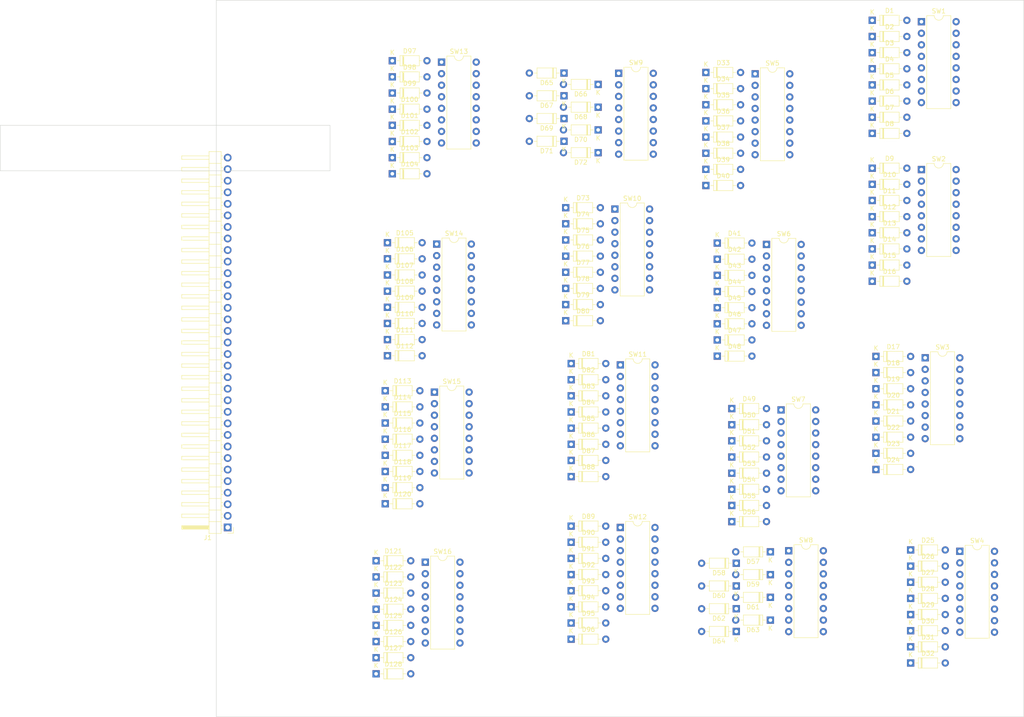
<source format=kicad_pcb>
(kicad_pcb (version 20221018) (generator pcbnew)
  (layers (0 "F.Cu" signal) (31 "B.Cu" signal) (34 "B.Paste" user) (35 "F.Paste" user) (36 "B.SilkS" user "B.Silkscreen") (37 "F.SilkS" user "F.Silkscreen") (38 "B.Mask" user) (39 "F.Mask" user) (44 "Edge.Cuts" user))
  (net 0 "")
  (net 1 "Net-(D1-K)")
  (net 2 "/Data0")
  (net 3 "Net-(D2-K)")
  (net 4 "/Data1")
  (net 5 "Net-(D3-K)")
  (net 6 "/Data2")
  (net 7 "Net-(D4-K)")
  (net 8 "/Data3")
  (net 9 "Net-(D5-K)")
  (net 10 "/Data4")
  (net 11 "Net-(D6-K)")
  (net 12 "/Data5")
  (net 13 "Net-(D7-K)")
  (net 14 "/Data6")
  (net 15 "Net-(D8-K)")
  (net 16 "/Data7")
  (net 17 "Net-(D9-K)")
  (net 18 "Net-(D10-K)")
  (net 19 "Net-(D11-K)")
  (net 20 "Net-(D12-K)")
  (net 21 "Net-(D13-K)")
  (net 22 "Net-(D14-K)")
  (net 23 "Net-(D15-K)")
  (net 24 "Net-(D16-K)")
  (net 25 "Net-(D17-K)")
  (net 26 "Net-(D18-K)")
  (net 27 "Net-(D19-K)")
  (net 28 "Net-(D20-K)")
  (net 29 "Net-(D21-K)")
  (net 30 "Net-(D22-K)")
  (net 31 "Net-(D23-K)")
  (net 32 "Net-(D24-K)")
  (net 33 "Net-(D25-K)")
  (net 34 "Net-(D26-K)")
  (net 35 "Net-(D27-K)")
  (net 36 "Net-(D28-K)")
  (net 37 "Net-(D29-K)")
  (net 38 "Net-(D30-K)")
  (net 39 "Net-(D31-K)")
  (net 40 "Net-(D32-K)")
  (net 41 "Net-(D33-K)")
  (net 42 "Net-(D34-K)")
  (net 43 "Net-(D35-K)")
  (net 44 "Net-(D36-K)")
  (net 45 "Net-(D37-K)")
  (net 46 "Net-(D38-K)")
  (net 47 "Net-(D39-K)")
  (net 48 "Net-(D40-K)")
  (net 49 "Net-(D41-K)")
  (net 50 "Net-(D42-K)")
  (net 51 "Net-(D43-K)")
  (net 52 "Net-(D44-K)")
  (net 53 "Net-(D45-K)")
  (net 54 "Net-(D46-K)")
  (net 55 "Net-(D47-K)")
  (net 56 "Net-(D48-K)")
  (net 57 "Net-(D49-K)")
  (net 58 "Net-(D50-K)")
  (net 59 "Net-(D51-K)")
  (net 60 "Net-(D52-K)")
  (net 61 "Net-(D53-K)")
  (net 62 "Net-(D54-K)")
  (net 63 "Net-(D55-K)")
  (net 64 "Net-(D56-K)")
  (net 65 "Net-(D57-K)")
  (net 66 "Net-(D58-K)")
  (net 67 "Net-(D59-K)")
  (net 68 "Net-(D60-K)")
  (net 69 "Net-(D61-K)")
  (net 70 "Net-(D62-K)")
  (net 71 "Net-(D63-K)")
  (net 72 "Net-(D64-K)")
  (net 73 "Net-(D65-K)")
  (net 74 "Net-(D66-K)")
  (net 75 "Net-(D67-K)")
  (net 76 "Net-(D68-K)")
  (net 77 "Net-(D69-K)")
  (net 78 "Net-(D70-K)")
  (net 79 "Net-(D71-K)")
  (net 80 "Net-(D72-K)")
  (net 81 "Net-(D73-K)")
  (net 82 "Net-(D74-K)")
  (net 83 "Net-(D75-K)")
  (net 84 "Net-(D76-K)")
  (net 85 "Net-(D77-K)")
  (net 86 "Net-(D78-K)")
  (net 87 "Net-(D79-K)")
  (net 88 "Net-(D80-K)")
  (net 89 "Net-(D81-K)")
  (net 90 "Net-(D82-K)")
  (net 91 "Net-(D83-K)")
  (net 92 "Net-(D84-K)")
  (net 93 "Net-(D85-K)")
  (net 94 "Net-(D86-K)")
  (net 95 "Net-(D87-K)")
  (net 96 "Net-(D88-K)")
  (net 97 "Net-(D89-K)")
  (net 98 "Net-(D90-K)")
  (net 99 "Net-(D91-K)")
  (net 100 "Net-(D92-K)")
  (net 101 "Net-(D93-K)")
  (net 102 "Net-(D94-K)")
  (net 103 "Net-(D95-K)")
  (net 104 "Net-(D96-K)")
  (net 105 "Net-(D97-K)")
  (net 106 "Net-(D98-K)")
  (net 107 "Net-(D99-K)")
  (net 108 "Net-(D100-K)")
  (net 109 "Net-(D101-K)")
  (net 110 "Net-(D102-K)")
  (net 111 "Net-(D103-K)")
  (net 112 "Net-(D104-K)")
  (net 113 "Net-(D105-K)")
  (net 114 "Net-(D106-K)")
  (net 115 "Net-(D107-K)")
  (net 116 "Net-(D108-K)")
  (net 117 "Net-(D109-K)")
  (net 118 "Net-(D110-K)")
  (net 119 "Net-(D111-K)")
  (net 120 "Net-(D112-K)")
  (net 121 "Net-(D113-K)")
  (net 122 "Net-(D114-K)")
  (net 123 "Net-(D115-K)")
  (net 124 "Net-(D116-K)")
  (net 125 "Net-(D117-K)")
  (net 126 "Net-(D118-K)")
  (net 127 "Net-(D119-K)")
  (net 128 "Net-(D120-K)")
  (net 129 "Net-(D121-K)")
  (net 130 "Net-(D122-K)")
  (net 131 "Net-(D123-K)")
  (net 132 "Net-(D124-K)")
  (net 133 "Net-(D125-K)")
  (net 134 "Net-(D126-K)")
  (net 135 "Net-(D127-K)")
  (net 136 "Net-(D128-K)")
  (net 137 "/Byte 0")
  (net 138 "/Byte 1")
  (net 139 "/Byte 2")
  (net 140 "/Byte 3")
  (net 141 "/Byte 4")
  (net 142 "/Byte 5")
  (net 143 "/Byte 6")
  (net 144 "/Byte 7")
  (net 145 "/Byte 8")
  (net 146 "/Byte 9")
  (net 147 "/Byte A")
  (net 148 "/Byte B")
  (net 149 "/Byte C")
  (net 150 "/Byte D")
  (net 151 "/Byte E")
  (net 152 "/Byte F")
  (net 155 "/Data 0")
  (net 156 "/Data 1")
  (net 157 "/Data 2")
  (net 158 "/Data 3")
  (net 159 "/Data 4")
  (net 160 "/Data 5")
  (net 161 "/Data 6")
  (net 162 "/Data 7")
  (footprint "Diode_THT:D_DO-35_SOD27_P7.62mm_Horizontal" (layer "F.Cu") (at 129.3 99.8)
    (fp_text reference "D77")
    (fp_text value "1N4148")
  )
  (footprint "Package_DIP:DIP-16_W7.62mm" (layer "F.Cu") (at 207.5 77.22)
    (fp_text reference "SW2")
    (fp_text value "SW_DIP_x08")
  )
  (footprint "Diode_THT:D_DO-35_SOD27_P7.62mm_Horizontal" (layer "F.Cu") (at 196.68 44.42)
    (fp_text reference "D1")
    (fp_text value "1N4148")
  )
  (footprint "Diode_THT:D_DO-35_SOD27_P7.62mm_Horizontal" (layer "F.Cu") (at 165.82 143.96)
    (fp_text reference "D53")
    (fp_text value "1N4148")
  )
  (footprint "Diode_THT:D_DO-35_SOD27_P7.62mm_Horizontal" (layer "F.Cu") (at 128.93 66.01 180)
    (fp_text reference "D69")
    (fp_text value "1N4148")
  )
  (footprint "Diode_THT:D_DO-35_SOD27_P7.62mm_Horizontal" (layer "F.Cu") (at 165.82 154.61)
    (fp_text reference "D56")
    (fp_text value "1N4148")
  )
  (footprint "Package_DIP:DIP-16_W7.62mm" (layer "F.Cu") (at 141.32 120.165)
    (fp_text reference "SW11")
    (fp_text value "SW_DIP_x08")
  )
  (footprint "Diode_THT:D_DO-35_SOD27_P7.62mm_Horizontal" (layer "F.Cu") (at 128.93 56.01 180)
    (fp_text reference "D65")
    (fp_text value "1N4148")
  )
  (footprint "Diode_THT:D_DO-35_SOD27_P7.62mm_Horizontal" (layer "F.Cu") (at 130.5 141.165)
    (fp_text reference "D87")
    (fp_text value "1N4148")
  )
  (footprint "Diode_THT:D_DO-35_SOD27_P7.62mm_Horizontal" (layer "F.Cu") (at 87.62 170.32)
    (fp_text reference "D123")
    (fp_text value "1N4148")
  )
  (footprint "Diode_THT:D_DO-35_SOD27_P7.62mm_Horizontal" (layer "F.Cu") (at 136.43 58.51 180)
    (fp_text reference "D66")
    (fp_text value "1N4148")
  )
  (footprint "Package_DIP:DIP-16_W7.62mm" (layer "F.Cu") (at 140.12 85.9)
    (fp_text reference "SW10")
    (fp_text value "SW_DIP_x08")
  )
  (footprint "Diode_THT:D_DO-35_SOD27_P7.62mm_Horizontal" (layer "F.Cu") (at 91.19 56.85)
    (fp_text reference "D98")
    (fp_text value "1N4148")
  )
  (footprint "Diode_THT:D_DO-35_SOD27_P7.62mm_Horizontal" (layer "F.Cu") (at 91.19 74.6)
    (fp_text reference "D103")
    (fp_text value "1N4148")
  )
  (footprint "Diode_THT:D_DO-35_SOD27_P7.62mm_Horizontal" (layer "F.Cu") (at 165.82 151.06)
    (fp_text reference "D55")
    (fp_text value "1N4148")
  )
  (footprint "Diode_THT:D_DO-35_SOD27_P7.62mm_Horizontal" (layer "F.Cu") (at 87.62 184.52)
    (fp_text reference "D127")
    (fp_text value "1N4148")
  )
  (footprint "Diode_THT:D_DO-35_SOD27_P7.62mm_Horizontal" (layer "F.Cu") (at 166.8 163.76 180)
    (fp_text reference "D58")
    (fp_text value "1N4148")
  )
  (footprint "Diode_THT:D_DO-35_SOD27_P7.62mm_Horizontal" (layer "F.Cu") (at 90.12 96.85)
    (fp_text reference "D106")
    (fp_text value "1N4148")
  )
  (footprint "Diode_THT:D_DO-35_SOD27_P7.62mm_Horizontal" (layer "F.Cu") (at 196.68 65.72)
    (fp_text reference "D7")
    (fp_text value "1N4148")
  )
  (footprint "Diode_THT:D_DO-35_SOD27_P7.62mm_Horizontal" (layer "F.Cu") (at 174.3 161.26 180)
    (fp_text reference "D57")
    (fp_text value "1N4148")
  )
  (footprint "Diode_THT:D_DO-35_SOD27_P7.62mm_Horizontal" (layer "F.Cu") (at 129.3 110.45)
    (fp_text reference "D80")
    (fp_text value "1N4148")
  )
  (footprint "Diode_THT:D_DO-35_SOD27_P7.62mm_Horizontal" (layer "F.Cu") (at 160.12 66.53)
    (fp_text reference "D36")
    (fp_text value "1N4148")
  )
  (footprint "Diode_THT:D_DO-35_SOD27_P7.62mm_Horizontal" (layer "F.Cu") (at 87.62 173.87)
    (fp_text reference "D124")
    (fp_text value "1N4148")
  )
  (footprint "Diode_THT:D_DO-35_SOD27_P7.62mm_Horizontal" (layer "F.Cu") (at 89.63 140.04)
    (fp_text reference "D117")
    (fp_text value "1N4148")
  )
  (footprint "Package_DIP:DIP-16_W7.62mm" (layer "F.Cu") (at 170.94 56.18)
    (fp_text reference "SW5")
    (fp_text value "SW_DIP_x08")
  )
  (footprint "Diode_THT:D_DO-35_SOD27_P7.62mm_Horizontal" (layer "F.Cu") (at 90.12 107.5)
    (fp_text reference "D109")
    (fp_text value "1N4148")
  )
  (footprint "Diode_THT:D_DO-35_SOD27_P7.62mm_Horizontal" (layer "F.Cu") (at 130.49 169.8)
    (fp_text reference "D93")
    (fp_text value "1N4148")
  )
  (footprint "Diode_THT:D_DO-35_SOD27_P7.62mm_Horizontal" (layer "F.Cu") (at 130.49 159.15)
    (fp_text reference "D90")
    (fp_text value "1N4148")
  )
  (footprint "Diode_THT:D_DO-35_SOD27_P7.62mm_Horizontal" (layer "F.Cu") (at 197.5 121.85)
    (fp_text reference "D18")
    (fp_text value "1N4148")
  )
  (footprint "Diode_THT:D_DO-35_SOD27_P7.62mm_Horizontal" (layer "F.Cu") (at 129.3 103.35)
    (fp_text reference "D78")
    (fp_text value "1N4148")
  )
  (footprint "Diode_THT:D_DO-35_SOD27_P7.62mm_Horizontal" (layer "F.Cu") (at 160.12 62.98)
    (fp_text reference "D35")
    (fp_text value "1N4148")
  )
  (footprint "Diode_THT:D_DO-35_SOD27_P7.62mm_Horizontal" (layer "F.Cu") (at 162.62 93.38)
    (fp_text reference "D41")
    (fp_text value "1N4148")
  )
  (footprint "Diode_THT:D_DO-35_SOD27_P7.62mm_Horizontal" (layer "F.Cu") (at 160.12 55.88)
    (fp_text reference "D33")
    (fp_text value "1N4148")
  )
  (footprint "Package_DIP:DIP-16_W7.62mm" (layer "F.Cu") (at 173.44 93.68)
    (fp_text reference "SW6")
    (fp_text value "SW_DIP_x08")
  )
  (footprint "Diode_THT:D_DO-35_SOD27_P7.62mm_Horizontal" (layer "F.Cu") (at 196.68 51.52)
    (fp_text reference "D3")
    (fp_text value "1N4148")
  )
  (footprint "Diode_THT:D_DO-35_SOD27_P7.62mm_Horizontal" (layer "F.Cu") (at 129.3 92.7)
    (fp_text reference "D75")
    (fp_text value "1N4148")
  )
  (footprint "Diode_THT:D_DO-35_SOD27_P7.62mm_Horizontal" (layer "F.Cu") (at 128.93 61.01 180)
    (fp_text reference "D67")
    (fp_text value "1N4148")
  )
  (footprint "Diode_THT:D_DO-35_SOD27_P7.62mm_Horizontal" (layer "F.Cu") (at 130.49 173.35)
    (fp_text reference "D94")
    (fp_text value "1N4148")
  )
  (footprint "Diode_THT:D_DO-35_SOD27_P7.62mm_Horizontal" (layer "F.Cu") (at 89.63 132.94)
    (fp_text reference "D115")
    (fp_text value "1N4148")
  )
  (footprint "Diode_THT:D_DO-35_SOD27_P7.62mm_Horizontal" (layer "F.Cu") (at 87.62 188.07)
    (fp_text reference "D128")
    (fp_text value "1N4148")
  )
  (footprint "Diode_THT:D_DO-35_SOD27_P7.62mm_Horizontal" (layer "F.Cu") (at 162.62 104.03)
    (fp_text reference "D44")
    (fp_text value "1N4148")
  )
  (footprint "Diode_THT:D_DO-35_SOD27_P7.62mm_Horizontal" (layer "F.Cu") (at 89.63 125.84)
    (fp_text reference "D113")
    (fp_text value "1N4148")
  )
  (footprint "Diode_THT:D_DO-35_SOD27_P7.62mm_Horizontal" (layer "F.Cu") (at 162.62 100.48)
    (fp_text reference "D43")
    (fp_text value "1N4148")
  )
  (footprint "Diode_THT:D_DO-35_SOD27_P7.62mm_Horizontal" (layer "F.Cu") (at 166.8 178.76 180)
    (fp_text reference "D64")
    (fp_text value "1N4148")
  )
  (footprint "Diode_THT:D_DO-35_SOD27_P7.62mm_Horizontal" (layer "F.Cu") (at 160.12 77.18)
    (fp_text reference "D39")
    (fp_text value "1N4148")
  )
  (footprint "Diode_THT:D_DO-35_SOD27_P7.62mm_Horizontal" (layer "F.Cu") (at 196.68 80.47)
    (fp_text reference "D10")
    (fp_text value "1N4148")
  )
  (footprint "Diode_THT:D_DO-35_SOD27_P7.62mm_Horizontal" (layer "F.Cu") (at 91.19 67.5)
    (fp_text reference "D101")
    (fp_text value "1N4148")
  )
  (footprint "Diode_THT:D_DO-35_SOD27_P7.62mm_Horizontal" (layer "F.Cu") (at 129.3 96.25)
    (fp_text reference "D76")
    (fp_text value "1N4148")
  )
  (footprint "Diode_THT:D_DO-35_SOD27_P7.62mm_Horizontal" (layer "F.Cu") (at 130.5 130.515)
    (fp_text reference "D84")
    (fp_text value "1N4148")
  )
  (footprint "Package_DIP:DIP-16_W7.62mm" (layer "F.Cu") (at 100.94 93.6)
    (fp_text reference "SW14")
    (fp_text value "SW_DIP_x08")
  )
  (footprint "Diode_THT:D_DO-35_SOD27_P7.62mm_Horizontal" (layer "F.Cu") (at 197.5 143.15)
    (fp_text reference "D24")
    (fp_text value "1N4148")
  )
  (footprint "Diode_THT:D_DO-35_SOD27_P7.62mm_Horizontal" (layer "F.Cu") (at 130.5 123.415)
    (fp_text reference "D82")
    (fp_text value "1N4148")
  )
  (footprint "Connector_PinHeader_2.54mm:PinHeader_1x33_P2.54mm_Horizontal" (layer "F.Cu") (at 55 155.88 180)
    (fp_text reference "J1")
    (fp_text value "Conn_01x33_Pin")
  )
  (footprint "Diode_THT:D_DO-35_SOD27_P7.62mm_Horizontal" (layer "F.Cu") (at 162.62 114.68)
    (fp_text reference "D47")
    (fp_text value "1N4148")
  )
  (footprint "Diode_THT:D_DO-35_SOD27_P7.62mm_Horizontal" (layer "F.Cu") (at 91.19 53.3)
    (fp_text reference "D97")
    (fp_text value "1N4148")
  )
  (footprint "Diode_THT:D_DO-35_SOD27_P7.62mm_Horizontal" (layer "F.Cu") (at 196.68 84.02)
    (fp_text reference "D11")
    (fp_text value "1N4148")
  )
  (footprint "Diode_THT:D_DO-35_SOD27_P7.62mm_Horizontal" (layer "F.Cu") (at 205.12 175.04)
    (fp_text reference "D29")
    (fp_text value "1N4148")
  )
  (footprint "Diode_THT:D_DO-35_SOD27_P7.62mm_Horizontal" (layer "F.Cu") (at 160.12 73.63)
    (fp_text reference "D38")
    (fp_text value "1N4148")
  )
  (footprint "Diode_THT:D_DO-35_SOD27_P7.62mm_Horizontal" (layer "F.Cu") (at 130.49 176.9)
    (fp_text reference "D95")
    (fp_text value "1N4148")
  )
  (footprint "Diode_THT:D_DO-35_SOD27_P7.62mm_Horizontal" (layer "F.Cu") (at 165.82 136.86)
    (fp_text reference "D51")
    (fp_text value "1N4148")
  )
  (footprint "Diode_THT:D_DO-35_SOD27_P7.62mm_Horizontal" (layer "F.Cu") (at 90.12 114.6)
    (fp_text reference "D111")
    (fp_text value "1N4148")
  )
  (footprint "Diode_THT:D_DO-35_SOD27_P7.62mm_Horizontal" (layer "F.Cu") (at 89.63 150.69)
    (fp_text reference "D120")
    (fp_text value "1N4148")
  )
  (footprint "Diode_THT:D_DO-35_SOD27_P7.62mm_Horizontal" (layer "F.Cu") (at 205.12 171.49)
    (fp_text reference "D28")
    (fp_text value "1N4148")
  )
  (footprint "Diode_THT:D_DO-35_SOD27_P7.62mm_Horizontal" (layer "F.Cu") (at 130.49 166.25)
    (fp_text reference "D92")
    (fp_text value "1N4148")
  )
  (footprint "Diode_THT:D_DO-35_SOD27_P7.62mm_Horizontal" (layer "F.Cu") (at 197.5 118.3)
    (fp_text reference "D17")
    (fp_text value "1N4148")
  )
  (footprint "Diode_THT:D_DO-35_SOD27_P7.62mm_Horizontal" (layer "F.Cu") (at 165.82 147.51)
    (fp_text reference "D54")
    (fp_text value "1N4148")
  )
  (footprint "Diode_THT:D_DO-35_SOD27_P7.62mm_Horizontal" (layer "F.Cu") (at 87.62 163.22)
    (fp_text reference "D121")
    (fp_text value "1N4148")
  )
  (footprint "Diode_THT:D_DO-35_SOD27_P7.62mm_Horizontal" (layer "F.Cu") (at 90.12 93.3)
    (fp_text reference "D105")
    (fp_text value "1N4148")
  )
  (footprint "Diode_THT:D_DO-35_SOD27_P7.62mm_Horizontal" (layer "F.Cu") (at 162.62 118.23)
    (fp_text reference "D48")
    (fp_text value "1N4148")
  )
  (footprint "Package_DIP:DIP-16_W7.62mm" (layer "F.Cu") (at 176.64 130.06)
    (fp_text reference "SW7")
    (fp_text value "SW_DIP_x08")
  )
  (footprint "Diode_THT:D_DO-35_SOD27_P7.62mm_Horizontal" (layer "F.Cu") (at 90.12 118.15)
    (fp_text reference "D112")
    (fp_text value "1N4148")
  )
  (footprint "Diode_THT:D_DO-35_SOD27_P7.62mm_Horizontal" (layer "F.Cu") (at 129.3 89.15)
    (fp_text reference "D74")
    (fp_text value "1N4148")
  )
  (footprint "Diode_THT:D_DO-35_SOD27_P7.62mm_Horizontal" (layer "F.Cu") (at 136.43 63.51 180)
    (fp_text reference "D68")
    (fp_text value "1N4148")
  )
  (footprint "Package_DIP:DIP-16_W7.62mm" (layer "F.Cu") (at 208.32 118.6)
    (fp_text reference "SW3")
    (fp_text value "SW_DIP_x08")
  )
  (footprint "Diode_THT:D_DO-35_SOD27_P7.62mm_Horizontal" (layer "F.Cu") (at 162.62 111.13)
    (fp_text reference "D46")
    (fp_text value "1N4148")
  )
  (footprint "Diode_THT:D_DO-35_SOD27_P7.62mm_Horizontal" (layer "F.Cu") (at 166.8 168.76 180)
    (fp_text reference "D60")
    (fp_text value "1N4148")
  )
  (footprint "Diode_THT:D_DO-35_SOD27_P7.62mm_Horizontal" (layer "F.Cu") (at 197.5 136.05)
    (fp_text reference "D22")
    (fp_text value "1N4148")
  )
  (footprint "Diode_THT:D_DO-35_SOD27_P7.62mm_Horizontal" (layer "F.Cu") (at 90.12 111.05)
    (fp_text reference "D110")
    (fp_text value "1N4148")
  )
  (footprint "Diode_THT:D_DO-35_SOD27_P7.62mm_Horizontal" (layer "F.Cu") (at 205.12 178.59)
    (fp_text reference "D30")
    (fp_text value "1N4148")
  )
  (footprint "Diode_THT:D_DO-35_SOD27_P7.62mm_Horizontal" (layer "F.Cu") (at 160.12 80.73)
    (fp_text reference "D40")
    (fp_text value "1N4148")
  )
  (footprint "Diode_THT:D_DO-35_SOD27_P7.62mm_Horizontal" (layer "F.Cu") (at 129.3 106.9)
    (fp_text reference "D79")
    (fp_text value "1N4148")
  )
  (footprint "Diode_THT:D_DO-35_SOD27_P7.62mm_Horizontal" (layer "F.Cu") (at 197.5 128.95)
    (fp_text reference "D20")
    (fp_text value "1N4148")
  )
  (footprint "Diode_THT:D_DO-35_SOD27_P7.62mm_Horizontal" (layer "F.Cu") (at 205.12 182.14)
    (fp_text reference "D31")
    (fp_text value "1N4148")
  )
  (footprint "Diode_THT:D_DO-35_SOD27_P7.62mm_Horizontal" (layer "F.Cu") (at 87.62 177.42)
    (fp_text reference "D125")
    (fp_text value "1N4148")
  )
  (footprint "Diode_THT:D_DO-35_SOD27_P7.62mm_Horizontal" (layer "F.Cu") (at 130.5 134.065)
    (fp_text reference "D85")
    (fp_text value "1N4148")
  )
  (footprint "Diode_THT:D_DO-35_SOD27_P7.62mm_Horizontal" (layer "F.Cu") (at 196.68 98.22)
    (fp_text reference "D15")
    (fp_text value "1N4148")
  )
  (footprint "Diode_THT:D_DO-35_SOD27_P7.62mm_Horizontal" (layer "F.Cu") (at 160.12 70.08)
    (fp_text reference "D37")
    (fp_text value "1N4148")
  )
  (footprint "Diode_THT:D_DO-35_SOD27_P7.62mm_Horizontal" (layer "F.Cu") (at 91.19 71.05)
    (fp_text reference "D102")
    (fp_text value "1N4148")
  )
  (footprint "Diode_THT:D_DO-35_SOD27_P7.62mm_Horizontal" (layer "F.Cu") (at 196.68 62.17)
    (fp_text reference "D6")
    (fp_text value "1N4148")
  )
  (footprint "Diode_THT:D_DO-35_SOD27_P7.62mm_Horizontal" (layer "F.Cu") (at 130.49 180.45)
    (fp_text reference "D96")
    (fp_text value "1N4148")
  )
  (footprint "Diode_THT:D_DO-35_SOD27_P7.62mm_Horizontal" (layer "F.Cu") (at 90.12 100.4)
    (fp_text reference "D107")
    (fp_text value "1N4148")
  )
  (footprint "Package_DIP:DIP-16_W7.62mm" (layer "F.Cu") (at 215.94 161.14)
    (fp_text reference "SW4")
    (fp_text value "SW_DIP_x08")
  )
  (footprint "Diode_THT:D_DO-35_SOD27_P7.62mm_Horizontal" (layer "F.Cu") (at 197.5 139.6)
    (fp_text reference "D23")
    (fp_text value "1N4148")
  )
  (footprint "Diode_THT:D_DO-35_SOD27_P7.62mm_Horizontal" (layer "F.Cu") (at 130.5 144.715)
    (fp_text reference "D88")
    (fp_text value "1N4148")
  )
  (footprint "Diode_THT:D_DO-35_SOD27_P7.62mm_Horizontal" (layer "F.Cu") (at 87.62 166.77)
    (fp_text reference "D122")
    (fp_text value "1N4148")
  )
  (footprint "Diode_THT:D_DO-35_SOD27_P7.62mm_Horizontal" (layer "F.Cu") (at 196.68 101.77)
    (fp_text reference "D16")
    (fp_text value "1N4148")
  )
  (footprint "Diode_THT:D_DO-35_SOD27_P7.62mm_Horizontal" (layer "F.Cu") (at 130.49 162.7)
    (fp_text reference "D91")
    (fp_text value "1N4148")
  )
  (footprint "Diode_THT:D_DO-35_SOD27_P7.62mm_Horizontal" (layer "F.Cu") (at 128.93 71.01 180)
    (fp_text reference "D71")
    (fp_text value "1N4148")
  )
  (footprint "Diode_THT:D_DO-35_SOD27_P7.62mm_Horizontal" (layer "F.Cu") (at 196.68 55.07)
    (fp_text reference "D4")
    (fp_text value "1N4148")
  )
  (footprint "Diode_THT:D_DO-35_SOD27_P7.62mm_Horizontal" (layer "F.Cu") (at 174.3 176.26 180)
    (fp_text reference "D63")
    (fp_text value "1N4148")
  )
  (footprint "Diode_THT:D_DO-35_SOD27_P7.62mm_Horizontal" (layer "F.Cu") (at 89.63 136.49)
    (fp_text reference "D116")
    (fp_text value "1N4148")
  )
  (footprint "Diode_THT:D_DO-35_SOD27_P7.62mm_Horizontal" (layer "F.Cu") (at 89.63 143.59)
    (fp_text reference "D118")
    (fp_text value "1N4148")
  )
  (footprint "Package_DIP:DIP-16_W7.62mm" (layer "F.Cu") (at 207.5 44.72)
    (fp_text reference "SW1")
    (fp_text value "SW_DIP_x08")
  )
  (footprint "Package_DIP:DIP-16_W7.62mm" (layer "F.Cu") (at 100.45 126.14)
    (fp_text reference "SW15")
    (fp_text value "SW_DIP_x08")
  )
  (footprint "Diode_THT:D_DO-35_SOD27_P7.62mm_Horizontal" (layer "F.Cu") (at 205.12 160.84)
    (fp_text reference "D25")
    (fp_text value "1N4148")
  )
  (footprint "Diode_THT:D_DO-35_SOD27_P7.62mm_Horizontal" (layer "F.Cu") (at 91.19 78.15)
    (fp_text reference "D104")
    (fp_text value "1N4148")
  )
  (footprint "Diode_THT:D_DO-35_SOD27_P7.62mm_Horizontal" (layer "F.Cu") (at 205.12 167.94)
    (fp_text reference "D27")
    (fp_text value "1N4148")
  )
  (footprint "Diode_THT:D_DO-35_SOD27_P7.62mm_Horizontal" (layer "F.Cu") (at 129.3 85.6)
    (fp_text reference "D73")
    (fp_text value "1N4148")
  )
  (footprint "Diode_THT:D_DO-35_SOD27_P7.62mm_Horizontal" (layer "F.Cu") (at 174.3 166.26 180)
    (fp_text reference "D59")
    (fp_text value "1N4148")
  )
  (footprint "Diode_THT:D_DO-35_SOD27_P7.62mm_Horizontal" (layer "F.Cu") (at 196.68 47.97)
    (fp_text reference "D2")
    (fp_text value "1N4148")
  )
  (footprint "Diode_THT:D_DO-35_SOD27_P7.62mm_Horizontal" (layer "F.Cu") (at 136.43 68.51 180)
    (fp_text reference "D70")
    (fp_text value "1N4148")
  )
  (footprint "Package_DIP:DIP-16_W7.62mm" (layer "F.Cu") (at 102.01 53.6)
    (fp_text reference "SW13")
    (fp_text value "SW_DIP_x08")
  )
  (footprint "Diode_THT:D_DO-35_SOD27_P7.62mm_Horizontal" (layer "F.Cu") (at 90.12 103.95)
    (fp_text reference "D108")
    (fp_text value "1N4148")
  )
  (footprint "Diode_THT:D_DO-35_SOD27_P7.62mm_Horizontal" (layer "F.Cu") (at 196.68 76.92)
    (fp_text reference "D9")
    (fp_text value "1N4148")
  )
  (footprint "Diode_THT:D_DO-35_SOD27_P7.62mm_Horizontal" (layer "F.Cu") (at 165.82 133.31)
    (fp_text reference "D50")
    (fp_text value "1N4148")
  )
  (footprint "Diode_THT:D_DO-35_SOD27_P7.62mm_Horizontal" (layer "F.Cu") (at 162.62 96.93)
    (fp_text reference "D42")
    (fp_text value "1N4148")
  )
  (footprint "Diode_THT:D_DO-35_SOD27_P7.62mm_Horizontal" (layer "F.Cu") (at 87.62 180.97)
    (fp_text reference "D126")
    (fp_text value "1N4148")
  )
  (footprint "Diode_THT:D_DO-35_SOD27_P7.62mm_Horizontal" (layer "F.Cu") (at 174.3 171.26 180)
    (fp_text reference "D61")
    (fp_text value "1N4148")
  )
  (footprint "Diode_THT:D_DO-35_SOD27_P7.62mm_Horizontal" (layer "F.Cu") (at 130.5 126.965)
    (fp_text reference "D83")
    (fp_text value "1N4148")
  )
  (footprint "Package_DIP:DIP-16_W7.62mm" (layer "F.Cu") (at 140.94 56.06)
    (fp_text reference "SW9")
    (fp_text value "SW_DIP_x08")
  )
  (footprint "Diode_THT:D_DO-35_SOD27_P7.62mm_Horizontal" (layer "F.Cu") (at 165.82 129.76)
    (fp_text reference "D49")
    (fp_text value "1N4148")
  )
  (footprint "Diode_THT:D_DO-35_SOD27_P7.62mm_Horizontal" (layer "F.Cu") (at 160.12 59.43)
    (fp_text reference "D34")
    (fp_text value "1N4148")
  )
  (footprint "Package_DIP:DIP-16_W7.62mm" (layer "F.Cu") (at 98.44 163.52)
    (fp_text reference "SW16")
    (fp_text value "SW_DIP_x08")
  )
  (footprint "Diode_THT:D_DO-35_SOD27_P7.62mm_Horizontal" (layer "F.Cu") (at 89.63 129.39)
    (fp_text reference "D114")
    (fp_text value "1N4148")
  )
  (footprint "Diode_THT:D_DO-35_SOD27_P7.62mm_Horizontal" (layer "F.Cu") (at 136.43 73.51 180)
    (fp_text reference "D72")
    (fp_text value "1N4148")
  )
  (footprint "Diode_THT:D_DO-35_SOD27_P7.62mm_Horizontal" (layer "F.Cu") (at 166.8 173.76 180)
    (fp_text reference "D62")
    (fp_text value "1N4148")
  )
  (footprint "Diode_THT:D_DO-35_SOD27_P7.62mm_Horizontal" (layer "F.Cu") (at 165.82 140.41)
    (fp_text reference "D52")
    (fp_text value "1N4148")
  )
  (footprint "Diode_THT:D_DO-35_SOD27_P7.62mm_Horizontal" (layer "F.Cu") (at 197.5 132.5)
    (fp_text reference "D21")
    (fp_text value "1N4148")
  )
  (footprint "Diode_THT:D_DO-35_SOD27_P7.62mm_Horizontal" (layer "F.Cu") (at 205.12 185.69)
    (fp_text reference "D32")
    (fp_text value "1N4148")
  )
  (footprint "Diode_THT:D_DO-35_SOD27_P7.62mm_Horizontal" (layer "F.Cu") (at 205.12 164.39)
    (fp_text reference "D26")
    (fp_text value "1N4148")
  )
  (footprint "Diode_THT:D_DO-35_SOD27_P7.62mm_Horizontal" (layer "F.Cu") (at 197.5 125.4)
    (fp_text reference "D19")
    (fp_text value "1N4148")
  )
  (footprint "Diode_THT:D_DO-35_SOD27_P7.62mm_Horizontal" (layer "F.Cu") (at 130.5 137.615)
    (fp_text reference "D86")
    (fp_text value "1N4148")
  )
  (footprint "Diode_THT:D_DO-35_SOD27_P7.62mm_Horizontal" (layer "F.Cu") (at 91.19 60.4)
    (fp_text reference "D99")
    (fp_text value "1N4148")
  )
  (footprint "Diode_THT:D_DO-35_SOD27_P7.62mm_Horizontal" (layer "F.Cu") (at 196.68 94.67)
    (fp_text reference "D14")
    (fp_text value "1N4148")
  )
  (footprint "Diode_THT:D_DO-35_SOD27_P7.62mm_Horizontal" (layer "F.Cu") (at 89.63 147.14)
    (fp_text reference "D119")
    (fp_text value "1N4148")
  )
  (footprint "Diode_THT:D_DO-35_SOD27_P7.62mm_Horizontal" (layer "F.Cu") (at 130.49 155.6)
    (fp_text reference "D89")
    (fp_text value "1N4148")
  )
  (footprint "Package_DIP:DIP-16_W7.62mm" (layer "F.Cu") (at 178.32 161.02)
    (fp_text reference "SW8")
    (fp_text value "SW_DIP_x08")
  )
  (footprint "Diode_THT:D_DO-35_SOD27_P7.62mm_Horizontal" (layer "F.Cu") (at 162.62 107.58)
    (fp_text reference "D45")
    (fp_text value "1N4148")
  )
  (footprint "Diode_THT:D_DO-35_SOD27_P7.62mm_Horizontal" (layer "F.Cu") (at 196.68 91.12)
    (fp_text reference "D13")
    (fp_text value "1N4148")
  )
  (footprint "Diode_THT:D_DO-35_SOD27_P7.62mm_Horizontal" (layer "F.Cu") (at 196.68 69.27)
    (fp_text reference "D8")
    (fp_text value "1N4148")
  )
  (footprint "Diode_THT:D_DO-35_SOD27_P7.62mm_Horizontal" (layer "F.Cu") (at 130.5 119.865)
    (fp_text reference "D81")
    (fp_text value "1N4148")
  )
  (footprint "Diode_THT:D_DO-35_SOD27_P7.62mm_Horizontal" (layer "F.Cu") (at 196.68 87.57)
    (fp_text reference "D12")
    (fp_text value "1N4148")
  )
  (footprint "Diode_THT:D_DO-35_SOD27_P7.62mm_Horizontal" (layer "F.Cu") (at 196.68 58.62)
    (fp_text reference "D5")
    (fp_text value "1N4148")
  )
  (footprint "Diode_THT:D_DO-35_SOD27_P7.62mm_Horizontal" (layer "F.Cu") (at 91.19 63.95)
    (fp_text reference "D100")
    (fp_text value "1N4148")
  )
  (footprint "Package_DIP:DIP-16_W7.62mm" (layer "F.Cu") (at 141.31 155.9)
    (fp_text reference "SW12")
    (fp_text value "SW_DIP_x08")
  )
  (gr_rect (start 52.5 40) (end 230 197.5) (stroke (width 0.1)) (fill none) (layer "Edge.Cuts"))
  (gr_rect (start 5 67.5) (end 77.5 77.5) (stroke (width 0.1)) (fill none) (layer "Edge.Cuts"))
)
</source>
